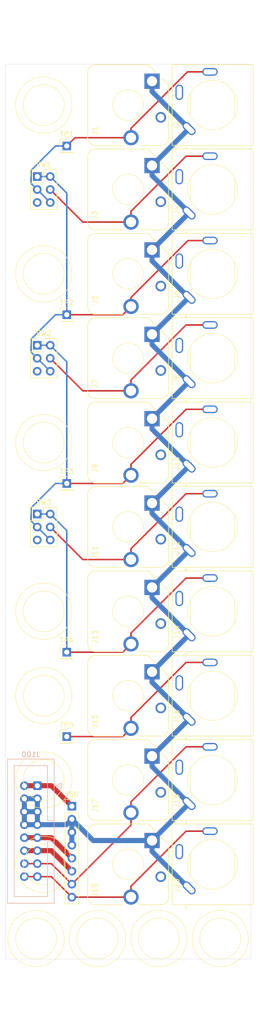
<source format=kicad_pcb>
(kicad_pcb (version 20240108) (generator "pcbnew") (generator_version "8.0")
  (layers (0 "F.Cu" signal) (31 "B.Cu" signal) (34 "B.Paste" user) (35 "F.Paste" user) (36 "B.SilkS" user "B.Silkscreen") (37 "F.SilkS" user "F.Silkscreen") (38 "B.Mask" user) (39 "F.Mask" user) (44 "Edge.Cuts" user))
  (net 0 "")
  (net 1 "Net-(J5-PadT)")
  (net 2 "Net-(J1-PadT)")
  (net 3 "Net-(J3-PadT)")
  (net 5 "Net-(J10-PadT)")
  (net 7 "Net-(J7-PadT)")
  (net 8 "Net-(J13-PadT)")
  (net 10 "Net-(J11-PadT)")
  (net 11 "GND")
  (net 12 "-12V")
  (net 13 "+12V")
  (net 14 "+5V")
  (net 15 "Net-(J100-Pin_7a)")
  (net 16 "Net-(J100-Pin_8a)")
  (net 35 "Net-(J15-PadT)")
  (footprint "SynthStuff:AMPHENOL_ACJM-MV35-2S" (layer "F.Cu") (at 72.5 86 90)
    (property "Reference" "J5" (at -5 -6.5 90) (layer "F.SilkS"))
    (property "Value" "TS_Jack_3.5mm_Sw")
    (pad "S" thru_hole rect (at 4.67 4.67 90) (size 3 3) (drill 2) (layers "*.Cu" "*.Mask") (net 11 "GND"))
    (pad "T" thru_hole circle (at -6.38 0.56 90) (size 3 3) (drill 2) (layers "*.Cu" "*.Mask") (net 1 "Net-(J5-PadT)"))
    (pad "TN" thru_hole circle (at -2.4 6.38 90) (size 2.1 2.1) (drill 1.4) (layers "*.Cu" "*.Mask"))
  )
  (footprint "SynthStuff:AMPHENOL_ACJM-MV35-2S" (layer "F.Cu") (at 72.5 53 90)
    (property "Reference" "J1" (at -5 -6.5 90) (layer "F.SilkS"))
    (property "Value" "TS_Jack_3.5mm_Sw")
    (pad "S" thru_hole rect (at 4.67 4.67 90) (size 3 3) (drill 2) (layers "*.Cu" "*.Mask") (net 11 "GND"))
    (pad "T" thru_hole circle (at -6.38 0.56 90) (size 3 3) (drill 2) (layers "*.Cu" "*.Mask") (net 2 "Net-(J1-PadT)"))
    (pad "TN" thru_hole circle (at -2.4 6.38 90) (size 2.1 2.1) (drill 1.4) (layers "*.Cu" "*.Mask"))
  )
  (footprint "SynthStuff:AMPHENOL_ACJM-MV35-2S" (layer "F.Cu") (at 72.5 168.5 90)
    (property "Reference" "J15" (at -5 -6.5 90) (layer "F.SilkS"))
    (property "Value" "TS_Jack_3.5mm_Sw")
    (pad "S" thru_hole rect (at 4.67 4.67 90) (size 3 3) (drill 2) (layers "*.Cu" "*.Mask") (net 11 "GND"))
    (pad "T" thru_hole circle (at -6.38 0.56 90) (size 3 3) (drill 2) (layers "*.Cu" "*.Mask") (net 35 "Net-(J15-PadT)"))
    (pad "TN" thru_hole circle (at -2.4 6.38 90) (size 2.1 2.1) (drill 1.4) (layers "*.Cu" "*.Mask"))
  )
  (footprint "SynthStuff:AMPHENOL_ACJM-MV35-2S" (layer "F.Cu") (at 72.5 119 90)
    (property "Reference" "J9" (at -5 -6.5 90) (layer "F.SilkS"))
    (property "Value" "TS_Jack_3.5mm_Sw")
    (pad "S" thru_hole rect (at 4.67 4.67 90) (size 3 3) (drill 2) (layers "*.Cu" "*.Mask") (net 11 "GND"))
    (pad "T" thru_hole circle (at -6.38 0.56 90) (size 3 3) (drill 2) (layers "*.Cu" "*.Mask") (net 5 "Net-(J10-PadT)"))
    (pad "TN" thru_hole circle (at -2.4 6.38 90) (size 2.1 2.1) (drill 1.4) (layers "*.Cu" "*.Mask"))
  )
  (footprint "Connector_PinHeader_2.54mm:PinHeader_1x01_P2.54mm_Vertical" (layer "F.Cu") (at 60.5 94)
    (property "Reference" "TP2" (at 0 -2.33 0) (layer "F.SilkS"))
    (property "Value" "Banana_Jack")
    (pad "1" thru_hole rect (at 0 0) (size 1.7 1.7) (drill 1) (layers "*.Cu" "*.Mask") (net 1 "Net-(J5-PadT)"))
  )
  (footprint "Connector_PinHeader_2.54mm:PinHeader_1x08_P2.54mm_Vertical" (layer "F.Cu") (at 61.5 190.125)
    (property "Reference" "J50" (at 0 -2.33 360) (layer "F.SilkS"))
    (property "Value" "Conn_01x08_BackboneTap")
    (pad "1" thru_hole rect (at 0 0) (size 1.7 1.7) (drill 1) (layers "*.Cu" "*.Mask") (net 12 "-12V"))
    (pad "2" thru_hole oval (at 0 2.54) (size 1.7 1.7) (drill 1) (layers "*.Cu" "*.Mask") (net 11 "GND"))
    (pad "3" thru_hole oval (at 0 5.08) (size 1.7 1.7) (drill 1) (layers "*.Cu" "*.Mask") (net 11 "GND"))
    (pad "4" thru_hole oval (at 0 7.62) (size 1.7 1.7) (drill 1) (layers "*.Cu" "*.Mask") (net 11 "GND"))
    (pad "5" thru_hole oval (at 0 10.16) (size 1.7 1.7) (drill 1) (layers "*.Cu" "*.Mask") (net 13 "+12V"))
    (pad "6" thru_hole oval (at 0 12.7) (size 1.7 1.7) (drill 1) (layers "*.Cu" "*.Mask") (net 14 "+5V"))
    (pad "7" thru_hole oval (at 0 15.24) (size 1.7 1.7) (drill 1) (layers "*.Cu" "*.Mask") (net 15 "Net-(J100-Pin_7a)"))
    (pad "8" thru_hole oval (at 0 17.78) (size 1.7 1.7) (drill 1) (layers "*.Cu" "*.Mask") (net 16 "Net-(J100-Pin_8a)"))
  )
  (footprint "SynthStuff:CUI_MJ-63052A" (layer "F.Cu") (at 89 86 90)
    (property "Reference" "J6" (at -4.075 -7 90) (layer "F.SilkS"))
    (property "Value" "TS_Jack_6.35mm_Sw")
    (pad "S" thru_hole oval (at -4.59619 -4.59619 45) (size 1.508 3.016) (drill oval 1 2.5) (layers "*.Cu" "*.Mask") (net 11 "GND"))
    (pad "T" thru_hole oval (at 6.5 -0.5 90) (size 1.508 3.016) (drill oval 1 2.5) (layers "*.Cu" "*.Mask") (net 1 "Net-(J5-PadT)"))
    (pad "TN" thru_hole oval (at 2.5 -6.5 90) (size 3.016 1.508) (drill oval 2.5 1) (layers "*.Cu" "*.Mask"))
  )
  (footprint "SynthStuff:PinHeader_2x03_P2.54mm_Vertical_142536" (layer "F.Cu") (at 54.725 66.975)
    (property "Reference" "SW1" (at 1.27 -2.33 0) (layer "F.SilkS"))
    (property "Value" "SW_DPDT")
    (pad "1" thru_hole rect (at 0 0) (size 1.7 1.7) (drill 1) (layers "*.Cu" "*.Mask") (net 1 "Net-(J5-PadT)"))
    (pad "2" thru_hole oval (at 0 2.54) (size 1.7 1.7) (drill 1) (layers "*.Cu" "*.Mask") (net 2 "Net-(J1-PadT)"))
    (pad "3" thru_hole oval (at 0 5.08) (size 1.7 1.7) (drill 1) (layers "*.Cu" "*.Mask"))
    (pad "4" thru_hole oval (at 2.54 0) (size 1.7 1.7) (drill 1) (layers "*.Cu" "*.Mask") (net 1 "Net-(J5-PadT)"))
    (pad "5" thru_hole oval (at 2.54 2.54) (size 1.7 1.7) (drill 1) (layers "*.Cu" "*.Mask") (net 3 "Net-(J3-PadT)"))
    (pad "6" thru_hole oval (at 2.54 5.08) (size 1.7 1.7) (drill 1) (layers "*.Cu" "*.Mask") (net 2 "Net-(J1-PadT)"))
  )
  (footprint "SynthStuff:AMPHENOL_ACJM-MV35-2S" (layer "F.Cu") (at 72.5 201.5 90)
    (property "Reference" "J19" (at -5 -6.5 90) (layer "F.SilkS"))
    (property "Value" "TS_Jack_3.5mm_Sw")
    (pad "S" thru_hole rect (at 4.67 4.67 90) (size 3 3) (drill 2) (layers "*.Cu" "*.Mask") (net 11 "GND"))
    (pad "T" thru_hole circle (at -6.38 0.56 90) (size 3 3) (drill 2) (layers "*.Cu" "*.Mask") (net 16 "Net-(J100-Pin_8a)"))
    (pad "TN" thru_hole circle (at -2.4 6.38 90) (size 2.1 2.1) (drill 1.4) (layers "*.Cu" "*.Mask"))
  )
  (footprint "SynthStuff:CUI_MJ-63052A" (layer "F.Cu") (at 89 201.5 90)
    (property "Reference" "J20" (at -4.075 -7 90) (layer "F.SilkS"))
    (property "Value" "TS_Jack_6.35mm_Sw")
    (pad "S" thru_hole oval (at -4.59619 -4.59619 45) (size 1.508 3.016) (drill oval 1 2.5) (layers "*.Cu" "*.Mask") (net 11 "GND"))
    (pad "T" thru_hole oval (at 6.5 -0.5 90) (size 1.508 3.016) (drill oval 1 2.5) (layers "*.Cu" "*.Mask") (net 16 "Net-(J100-Pin_8a)"))
    (pad "TN" thru_hole oval (at 2.5 -6.5 90) (size 3.016 1.508) (drill oval 2.5 1) (layers "*.Cu" "*.Mask"))
  )
  (footprint "Connector_PinHeader_2.54mm:PinHeader_1x01_P2.54mm_Vertical" (layer "F.Cu") (at 60.5 61)
    (property "Reference" "TP1" (at 0 -2.33 0) (layer "F.SilkS"))
    (property "Value" "Banana_Jack")
    (pad "1" thru_hole rect (at 0 0) (size 1.7 1.7) (drill 1) (layers "*.Cu" "*.Mask") (net 2 "Net-(J1-PadT)"))
  )
  (footprint "SynthStuff:CUI_MJ-63052A" (layer "F.Cu") (at 89 53 90)
    (property "Reference" "J2" (at -4.075 -7 90) (layer "F.SilkS"))
    (property "Value" "TS_Jack_6.35mm_Sw")
    (pad "S" thru_hole oval (at -4.59619 -4.59619 45) (size 1.508 3.016) (drill oval 1 2.5) (layers "*.Cu" "*.Mask") (net 11 "GND"))
    (pad "T" thru_hole oval (at 6.5 -0.5 90) (size 1.508 3.016) (drill oval 1 2.5) (layers "*.Cu" "*.Mask") (net 2 "Net-(J1-PadT)"))
    (pad "TN" thru_hole oval (at 2.5 -6.5 90) (size 3.016 1.508) (drill oval 2.5 1) (layers "*.Cu" "*.Mask"))
  )
  (footprint "SynthStuff:CUI_MJ-63052A" (layer "F.Cu") (at 89 102.5 90)
    (property "Reference" "J8" (at -4.075 -7 90) (layer "F.SilkS"))
    (property "Value" "TS_Jack_6.35mm_Sw")
    (pad "S" thru_hole oval (at -4.59619 -4.59619 45) (size 1.508 3.016) (drill oval 1 2.5) (layers "*.Cu" "*.Mask") (net 11 "GND"))
    (pad "T" thru_hole oval (at 6.5 -0.5 90) (size 1.508 3.016) (drill oval 1 2.5) (layers "*.Cu" "*.Mask") (net 7 "Net-(J7-PadT)"))
    (pad "TN" thru_hole oval (at 2.5 -6.5 90) (size 3.016 1.508) (drill oval 2.5 1) (layers "*.Cu" "*.Mask"))
  )
  (footprint "SynthStuff:CUI_MJ-63052A" (layer "F.Cu") (at 89 135.5 90)
    (property "Reference" "J12" (at -4.075 -7 90) (layer "F.SilkS"))
    (property "Value" "TS_Jack_6.35mm_Sw")
    (pad "S" thru_hole oval (at -4.59619 -4.59619 45) (size 1.508 3.016) (drill oval 1 2.5) (layers "*.Cu" "*.Mask") (net 11 "GND"))
    (pad "T" thru_hole oval (at 6.5 -0.5 90) (size 1.508 3.016) (drill oval 1 2.5) (layers "*.Cu" "*.Mask") (net 10 "Net-(J11-PadT)"))
    (pad "TN" thru_hole oval (at 2.5 -6.5 90) (size 3.016 1.508) (drill oval 2.5 1) (layers "*.Cu" "*.Mask"))
  )
  (footprint "SynthStuff:CUI_MJ-63052A" (layer "F.Cu") (at 89 152 90)
    (property "Reference" "J14" (at -4.075 -7 90) (layer "F.SilkS"))
    (property "Value" "TS_Jack_6.35mm_Sw")
    (pad "S" thru_hole oval (at -4.59619 -4.59619 45) (size 1.508 3.016) (drill oval 1 2.5) (layers "*.Cu" "*.Mask") (net 11 "GND"))
    (pad "T" thru_hole oval (at 6.5 -0.5 90) (size 1.508 3.016) (drill oval 1 2.5) (layers "*.Cu" "*.Mask") (net 8 "Net-(J13-PadT)"))
    (pad "TN" thru_hole oval (at 2.5 -6.5 90) (size 3.016 1.508) (drill oval 2.5 1) (layers "*.Cu" "*.Mask"))
  )
  (footprint "SynthStuff:CUI_MJ-63052A" (layer "F.Cu") (at 89 119 90)
    (property "Reference" "J10" (at -4.075 -7 90) (layer "F.SilkS"))
    (property "Value" "TS_Jack_6.35mm_Sw")
    (pad "S" thru_hole oval (at -4.59619 -4.59619 45) (size 1.508 3.016) (drill oval 1 2.5) (layers "*.Cu" "*.Mask") (net 11 "GND"))
    (pad "T" thru_hole oval (at 6.5 -0.5 90) (size 1.508 3.016) (drill oval 1 2.5) (layers "*.Cu" "*.Mask") (net 5 "Net-(J10-PadT)"))
    (pad "TN" thru_hole oval (at 2.5 -6.5 90) (size 3.016 1.508) (drill oval 2.5 1) (layers "*.Cu" "*.Mask"))
  )
  (footprint "SynthStuff:AMPHENOL_ACJM-MV35-2S" (layer "F.Cu") (at 72.5 102.5 90)
    (property "Reference" "J7" (at -5 -6.5 90) (layer "F.SilkS"))
    (property "Value" "TS_Jack_3.5mm_Sw")
    (pad "S" thru_hole rect (at 4.67 4.67 90) (size 3 3) (drill 2) (layers "*.Cu" "*.Mask") (net 11 "GND"))
    (pad "T" thru_hole circle (at -6.38 0.56 90) (size 3 3) (drill 2) (layers "*.Cu" "*.Mask") (net 7 "Net-(J7-PadT)"))
    (pad "TN" thru_hole circle (at -2.4 6.38 90) (size 2.1 2.1) (drill 1.4) (layers "*.Cu" "*.Mask"))
  )
  (footprint "Connector_PinHeader_2.54mm:PinHeader_1x01_P2.54mm_Vertical" (layer "F.Cu") (at 60.5 176.5)
    (property "Reference" "TP5" (at 0 -2.33 0) (layer "F.SilkS"))
    (property "Value" "Banana_Jack")
    (pad "1" thru_hole rect (at 0 0) (size 1.7 1.7) (drill 1) (layers "*.Cu" "*.Mask") (net 35 "Net-(J15-PadT)"))
  )
  (footprint "Connector_PinHeader_2.54mm:PinHeader_1x01_P2.54mm_Vertical" (layer "F.Cu") (at 60.5 160)
    (property "Reference" "TP4" (at 0 -2.33 0) (layer "F.SilkS"))
    (property "Value" "Banana_Jack")
    (pad "1" thru_hole rect (at 0 0) (size 1.7 1.7) (drill 1) (layers "*.Cu" "*.Mask") (net 8 "Net-(J13-PadT)"))
  )
  (footprint "SynthStuff:CUI_MJ-63052A" (layer "F.Cu") (at 89 168.5 90)
    (property "Reference" "J16" (at -4.075 -7 90) (layer "F.SilkS"))
    (property "Value" "TS_Jack_6.35mm_Sw")
    (pad "S" thru_hole oval (at -4.59619 -4.59619 45) (size 1.508 3.016) (drill oval 1 2.5) (layers "*.Cu" "*.Mask") (net 11 "GND"))
    (pad "T" thru_hole oval (at 6.5 -0.5 90) (size 1.508 3.016) (drill oval 1 2.5) (layers "*.Cu" "*.Mask") (net 35 "Net-(J15-PadT)"))
    (pad "TN" thru_hole oval (at 2.5 -6.5 90) (size 3.016 1.508) (drill oval 2.5 1) (layers "*.Cu" "*.Mask"))
  )
  (footprint "SynthStuff:PinHeader_2x03_P2.54mm_Vertical_142536" (layer "F.Cu") (at 54.725 132.975)
    (property "Reference" "SW3" (at 1.27 -2.33 0) (layer "F.SilkS"))
    (property "Value" "SW_DPDT")
    (pad "1" thru_hole rect (at 0 0) (size 1.7 1.7) (drill 1) (layers "*.Cu" "*.Mask") (net 8 "Net-(J13-PadT)"))
    (pad "2" thru_hole oval (at 0 2.54) (size 1.7 1.7) (drill 1) (layers "*.Cu" "*.Mask") (net 5 "Net-(J10-PadT)"))
    (pad "3" thru_hole oval (at 0 5.08) (size 1.7 1.7) (drill 1) (layers "*.Cu" "*.Mask"))
    (pad "4" thru_hole oval (at 2.54 0) (size 1.7 1.7) (drill 1) (layers "*.Cu" "*.Mask") (net 8 "Net-(J13-PadT)"))
    (pad "5" thru_hole oval (at 2.54 2.54) (size 1.7 1.7) (drill 1) (layers "*.Cu" "*.Mask") (net 10 "Net-(J11-PadT)"))
    (pad "6" thru_hole oval (at 2.54 5.08) (size 1.7 1.7) (drill 1) (layers "*.Cu" "*.Mask") (net 5 "Net-(J10-PadT)"))
  )
  (footprint "SynthStuff:AMPHENOL_ACJM-MV35-2S" (layer "F.Cu") (at 72.5 185 90)
    (property "Reference" "J17" (at -5 -6.5 90) (layer "F.SilkS"))
    (property "Value" "TS_Jack_3.5mm_Sw")
    (pad "S" thru_hole rect (at 4.67 4.67 90) (size 3 3) (drill 2) (layers "*.Cu" "*.Mask") (net 11 "GND"))
    (pad "T" thru_hole circle (at -6.38 0.56 90) (size 3 3) (drill 2) (layers "*.Cu" "*.Mask") (net 15 "Net-(J100-Pin_7a)"))
    (pad "TN" thru_hole circle (at -2.4 6.38 90) (size 2.1 2.1) (drill 1.4) (layers "*.Cu" "*.Mask"))
  )
  (footprint "SynthStuff:CUI_MJ-63052A" (layer "F.Cu") (at 89 185 90)
    (property "Reference" "J18" (at -4.075 -7 90) (layer "F.SilkS"))
    (property "Value" "TS_Jack_6.35mm_Sw")
    (pad "S" thru_hole oval (at -4.59619 -4.59619 45) (size 1.508 3.016) (drill oval 1 2.5) (layers "*.Cu" "*.Mask") (net 11 "GND"))
    (pad "T" thru_hole oval (at 6.5 -0.5 90) (size 1.508 3.016) (drill oval 1 2.5) (layers "*.Cu" "*.Mask") (net 15 "Net-(J100-Pin_7a)"))
    (pad "TN" thru_hole oval (at 2.5 -6.5 90) (size 3.016 1.508) (drill oval 2.5 1) (layers "*.Cu" "*.Mask"))
  )
  (footprint "Connector_PinHeader_2.54mm:PinHeader_1x01_P2.54mm_Vertical" (layer "F.Cu") (at 60.5 127)
    (property "Reference" "TP3" (at 0 -2.33 0) (layer "F.SilkS"))
    (property "Value" "Banana_Jack")
    (pad "1" thru_hole rect (at 0 0) (size 1.7 1.7) (drill 1) (layers "*.Cu" "*.Mask") (net 5 "Net-(J10-PadT)"))
  )
  (footprint "SynthStuff:PinHeader_2x03_P2.54mm_Vertical_142536" (layer "F.Cu") (at 54.725 99.975)
    (property "Reference" "SW2" (at 1.27 -2.33 0) (layer "F.SilkS"))
    (property "Value" "SW_DPDT")
    (pad "1" thru_hole rect (at 0 0) (size 1.7 1.7) (drill 1) (layers "*.Cu" "*.Mask") (net 5 "Net-(J10-PadT)"))
    (pad "2" thru_hole oval (at 0 2.54) (size 1.7 1.7) (drill 1) (layers "*.Cu" "*.Mask") (net 1 "Net-(J5-PadT)"))
    (pad "3" thru_hole oval (at 0 5.08) (size 1.7 1.7) (drill 1) (layers "*.Cu" "*.Mask"))
    (pad "4" thru_hole oval (at 2.54 0) (size 1.7 1.7) (drill 1) (layers "*.Cu" "*.Mask") (net 5 "Net-(J10-PadT)"))
    (pad "5" thru_hole oval (at 2.54 2.54) (size 1.7 1.7) (drill 1) (layers "*.Cu" "*.Mask") (net 7 "Net-(J7-PadT)"))
    (pad "6" thru_hole oval (at 2.54 5.08) (size 1.7 1.7) (drill 1) (layers "*.Cu" "*.Mask") (net 1 "Net-(J5-PadT)"))
  )
  (footprint "SynthStuff:CUI_MJ-63052A" (layer "F.Cu") (at 89 69.5 90)
    (property "Reference" "J4" (at -4.075 -7 90) (layer "F.SilkS"))
    (property "Value" "TS_Jack_6.35mm_Sw")
    (pad "S" thru_hole oval (at -4.59619 -4.59619 45) (size 1.508 3.016) (drill oval 1 2.5) (layers "*.Cu" "*.Mask") (net 11 "GND"))
    (pad "T" thru_hole oval (at 6.5 -0.5 90) (size 1.508 3.016) (drill oval 1 2.5) (layers "*.Cu" "*.Mask") (net 3 "Net-(J3-PadT)"))
    (pad "TN" thru_hole oval (at 2.5 -6.5 90) (size 3.016 1.508) (drill oval 2.5 1) (layers "*.Cu" "*.Mask"))
  )
  (footprint "SynthStuff:AMPHENOL_ACJM-MV35-2S" (layer "F.Cu") (at 72.5 152 90)
    (property "Reference" "J13" (at -5 -6.5 90) (layer "F.SilkS"))
    (property "Value" "TS_Jack_3.5mm_Sw")
    (pad "S" thru_hole rect (at 4.67 4.67 90) (size 3 3) (drill 2) (layers "*.Cu" "*.Mask") (net 11 "GND"))
    (pad "T" thru_hole circle (at -6.38 0.56 90) (size 3 3) (drill 2) (layers "*.Cu" "*.Mask") (net 8 "Net-(J13-PadT)"))
    (pad "TN" thru_hole circle (at -2.4 6.38 90) (size 2.1 2.1) (drill 1.4) (layers "*.Cu" "*.Mask"))
  )
  (footprint "SynthStuff:AMPHENOL_ACJM-MV35-2S" (layer "F.Cu") (at 72.5 135.5 90)
    (property "Reference" "J11" (at -5 -6.5 90) (layer "F.SilkS"))
    (property "Value" "TS_Jack_3.5mm_Sw")
    (pad "S" thru_hole rect (at 4.67 4.67 90) (size 3 3) (drill 2) (layers "*.Cu" "*.Mask") (net 11 "GND"))
    (pad "T" thru_hole circle (at -6.38 0.56 90) (size 3 3) (drill 2) (layers "*.Cu" "*.Mask") (net 10 "Net-(J11-PadT)"))
    (pad "TN" thru_hole circle (at -2.4 6.38 90) (size 2.1 2.1) (drill 1.4) (layers "*.Cu" "*.Mask"))
  )
  (footprint "SynthStuff:AMPHENOL_ACJM-MV35-2S" (layer "F.Cu") (at 72.5 69.5 90)
    (property "Reference" "J3" (at -5 -6.5 90) (layer "F.SilkS"))
    (property "Value" "TS_Jack_3.5mm_Sw")
    (pad "S" thru_hole rect (at 4.67 4.67 90) (size 3 3) (drill 2) (layers "*.Cu" "*.Mask") (net 11 "GND"))
    (pad "T" thru_hole circle (at -6.38 0.56 90) (size 3 3) (drill 2) (layers "*.Cu" "*.Mask") (net 3 "Net-(J3-PadT)"))
    (pad "TN" thru_hole circle (at -2.4 6.38 90) (size 2.1 2.1) (drill 1.4) (layers "*.Cu" "*.Mask"))
  )
  (footprint "SynthStuff:IDC-Header_2x08_P2.54mm_Vertical_Eurorack" (layer "B.Cu") (at 54.7525 186.11 180)
    (property "Reference" "J100" (at 1.27 6.1 180) (layer "B.SilkS") (effects (justify mirror)))
    (property "Value" "IDC_02x08")
    (pad "1a" thru_hole roundrect (at 0 0 180) (size 1.7 1.7) (drill 1) (layers "*.Cu" "*.Mask") (roundrect_rratio 0.147059) (net 12 "-12V"))
    (pad "1b" thru_hole circle (at 2.54 0 180) (size 1.7 1.7) (drill 1) (layers "*.Cu" "*.Mask") (net 12 "-12V"))
    (pad "2a" thru_hole circle (at 0 -2.54 180) (size 1.7 1.7) (drill 1) (layers "*.Cu" "*.Mask") (net 11 "GND"))
    (pad "2b" thru_hole circle (at 2.54 -2.54 180) (size 1.7 1.7) (drill 1) (layers "*.Cu" "*.Mask") (net 11 "GND"))
    (pad "3a" thru_hole circle (at 0 -5.08 180) (size 1.7 1.7) (drill 1) (layers "*.Cu" "*.Mask") (net 11 "GND"))
    (pad "3b" thru_hole circle (at 2.54 -5.08 180) (size 1.7 1.7) (drill 1) (layers "*.Cu" "*.Mask") (net 11 "GND"))
    (pad "4a" thru_hole circle (at 0 -7.62 180) (size 1.7 1.7) (drill 1) (layers "*.Cu" "*.Mask") (net 11 "GND"))
    (pad "4b" thru_hole circle (at 2.54 -7.62 180) (size 1.7 1.7) (drill 1) (layers "*.Cu" "*.Mask") (net 11 "GND"))
    (pad "5a" thru_hole circle (at 0 -10.16 180) (size 1.7 1.7) (drill 1) (layers "*.Cu" "*.Mask") (net 13 "+12V"))
    (pad "5b" thru_hole circle (at 2.54 -10.16 180) (size 1.7 1.7) (drill 1) (layers "*.Cu" "*.Mask") (net 13 "+12V"))
    (pad "6a" thru_hole circle (at 0 -12.7 180) (size 1.7 1.7) (drill 1) (layers "*.Cu" "*.Mask") (net 14 "+5V"))
    (pad "6b" thru_hole circle (at 2.54 -12.7 180) (size 1.7 1.7) (drill 1) (layers "*.Cu" "*.Mask") (net 14 "+5V"))
    (pad "7a" thru_hole circle (at 0 -15.24 180) (size 1.7 1.7) (drill 1) (layers "*.Cu" "*.Mask") (net 15 "Net-(J100-Pin_7a)"))
    (pad "7b" thru_hole circle (at 2.54 -15.24 180) (size 1.7 1.7) (drill 1) (layers "*.Cu" "*.Mask") (net 15 "Net-(J100-Pin_7a)"))
    (pad "8a" thru_hole circle (at 0 -17.78 180) (size 1.7 1.7) (drill 1) (layers "*.Cu" "*.Mask") (net 16 "Net-(J100-Pin_8a)"))
    (pad "8b" thru_hole circle (at 2.54 -17.78 180) (size 1.7 1.7) (drill 1) (layers "*.Cu" "*.Mask") (net 16 "Net-(J100-Pin_8a)"))
  )
  (gr_circle (center 66.5 216) (end 66.5 221.5) (stroke (width 0.1)) (fill none) (layer "F.SilkS"))
  (gr_circle (center 90.5 216) (end 90.5 220) (stroke (width 0.1)) (fill none) (layer "F.SilkS"))
  (gr_circle (center 56 53) (end 56 57) (stroke (width 0.1)) (fill none) (layer "F.SilkS"))
  (gr_circle (center 56 152) (end 56 157.5) (stroke (width 0.1)) (fill none) (layer "F.SilkS"))
  (gr_circle (center 78.5 216) (end 78.5 221.5) (stroke (width 0.1)) (fill none) (layer "F.SilkS"))
  (gr_circle (center 56 201.5) (end 56 205.5) (stroke (width 0.1)) (fill none) (layer "F.SilkS"))
  (gr_circle (center 56 152) (end 56 156) (stroke (width 0.1)) (fill none) (layer "F.SilkS"))
  (gr_circle (center 56 168.5) (end 56 172.5) (stroke (width 0.1)) (fill none) (layer "F.SilkS"))
  (gr_circle (center 78.5 216) (end 78.5 220) (stroke (width 0.1)) (fill none) (layer "F.SilkS"))
  (gr_circle (center 54.5 216) (end 54.5 221.5) (stroke (width 0.1)) (fill none) (layer "F.SilkS"))
  (gr_circle (center 56 86) (end 56 90) (stroke (width 0.1)) (fill none) (layer "F.SilkS"))
  (gr_circle (center 56 53) (end 56 58.5) (stroke (width 0.1)) (fill none) (layer "F.SilkS"))
  (gr_circle (center 56 201.5) (end 56 207) (stroke (width 0.1)) (fill none) (layer "F.SilkS"))
  (gr_circle (center 56 168.5) (end 56 174) (stroke (width 0.1)) (fill none) (layer "F.SilkS"))
  (gr_circle (center 56 185) (end 56 189) (stroke (width 0.1)) (fill none) (layer "F.SilkS"))
  (gr_circle (center 66.5 216) (end 66.5 220) (stroke (width 0.1)) (fill none) (layer "F.SilkS"))
  (gr_circle (center 56 86) (end 56 91.5) (stroke (width 0.1)) (fill none) (layer "F.SilkS"))
  (gr_circle (center 54.5 216) (end 54.5 220) (stroke (width 0.1)) (fill none) (layer "F.SilkS"))
  (gr_circle (center 90.5 216) (end 90.5 221.5) (stroke (width 0.1)) (fill none) (layer "F.SilkS"))
  (gr_circle (center 56 119) (end 56 124.5) (stroke (width 0.1)) (fill none) (layer "F.SilkS"))
  (gr_circle (center 56 185) (end 56 190.5) (stroke (width 0.1)) (fill none) (layer "F.SilkS"))
  (gr_circle (center 56 119) (end 56 123) (stroke (width 0.1)) (fill none) (layer "F.SilkS"))
  (gr_rect (start 48.5 45) (end 96.5 220) (stroke (width 0.05)) (fill none) (layer "Edge.Cuts"))
  (segment (start 60.5 94) (end 71.44 94) (width 0.3) (layer "F.Cu") (net 1))
  (segment (start 71.44 94) (end 73.06 92.38) (width 0.3) (layer "F.Cu") (net 1))
  (segment (start 84.184708 79.5) (end 73.06 90.624708) (width 0.3) (layer "F.Cu") (net 1))
  (segment (start 88.5 79.5) (end 84.184708 79.5) (width 0.3) (layer "F.Cu") (net 1))
  (segment (start 73.06 90.624708) (end 73.06 92.38) (width 0.3) (layer "F.Cu") (net 1))
  (segment (start 53.525 101.315) (end 54.725 102.515) (width 0.3) (layer "B.Cu") (net 1))
  (segment (start 54.725 66.975) (end 57.265 66.975) (width 0.3) (layer "B.Cu") (net 1))
  (segment (start 57.265 66.975) (end 60.5 70.21) (width 0.3) (layer "B.Cu") (net 1))
  (segment (start 58.3 94) (end 53.525 98.775) (width 0.3) (layer "B.Cu") (net 1))
  (segment (start 60.5 70.21) (end 60.5 94) (width 0.3) (layer "B.Cu") (net 1))
  (segment (start 53.525 98.775) (end 53.525 101.315) (width 0.3) (layer "B.Cu") (net 1))
  (segment (start 60.5 94) (end 58.3 94) (width 0.3) (layer "B.Cu") (net 1))
  (segment (start 54.725 102.515) (end 57.265 105.055) (width 0.3) (layer "B.Cu") (net 1))
  (segment (start 84.1 46.5) (end 73.06 57.54) (width 0.3) (layer "F.Cu") (net 2))
  (segment (start 88.5 46.5) (end 84.1 46.5) (width 0.3) (layer "F.Cu") (net 2))
  (segment (start 73.06 57.54) (end 73.06 59.38) (width 0.3) (layer "F.Cu") (net 2))
  (segment (start 62.12 59.38) (end 60.5 61) (width 0.3) (layer "F.Cu") (net 2))
  (segment (start 73.06 59.38) (end 62.12 59.38) (width 0.3) (layer "F.Cu") (net 2))
  (segment (start 53.525 65.775) (end 53.525 68.315) (width 0.3) (layer "B.Cu") (net 2))
  (segment (start 54.725 69.515) (end 57.265 72.055) (width 0.3) (layer "B.Cu") (net 2))
  (segment (start 60.5 61) (end 58.3 61) (width 0.3) (layer "B.Cu") (net 2))
  (segment (start 58.3 61) (end 53.525 65.775) (width 0.3) (layer "B.Cu") (net 2))
  (segment (start 53.525 68.315) (end 54.725 69.515) (width 0.3) (layer "B.Cu") (net 2))
  (segment (start 83.81868 63) (end 88.5 63) (width 0.3) (layer "F.Cu") (net 3))
  (segment (start 73.06 75.88) (end 63.63 75.88) (width 0.3) (layer "F.Cu") (net 3))
  (segment (start 73.06 73.75868) (end 83.81868 63) (width 0.3) (layer "F.Cu") (net 3))
  (segment (start 73.06 75.88) (end 73.06 73.75868) (width 0.3) (layer "F.Cu") (net 3))
  (segment (start 63.63 75.88) (end 57.265 69.515) (width 0.3) (layer "F.Cu") (net 3))
  (segment (start 83.81868 112.5) (end 88.5 112.5) (width 0.3) (layer "F.Cu") (net 5))
  (segment (start 73.06 123.25868) (end 83.81868 112.5) (width 0.3) (layer "F.Cu") (net 5))
  (segment (start 60.5 127) (end 71.44 127) (width 0.3) (layer "F.Cu") (net 5))
  (segment (start 73.06 125.38) (end 73.06 123.25868) (width 0.3) (layer "F.Cu") (net 5))
  (segment (start 71.44 127) (end 73.06 125.38) (width 0.3) (layer "F.Cu") (net 5))
  (segment (start 58.3 127) (end 53.525 131.775) (width 0.3) (layer "B.Cu") (net 5))
  (segment (start 53.525 134.315) (end 54.725 135.515) (width 0.3) (layer "B.Cu") (net 5))
  (segment (start 60.5 127) (end 58.3 127) (width 0.3) (layer "B.Cu") (net 5))
  (segment (start 60.5 103.21) (end 60.5 127) (width 0.3) (layer "B.Cu") (net 5))
  (segment (start 54.725 99.975) (end 57.265 99.975) (width 0.3) (layer "B.Cu") (net 5))
  (segment (start 57.265 99.975) (end 60.5 103.21) (width 0.3) (layer "B.Cu") (net 5))
  (segment (start 53.525 131.775) (end 53.525 134.315) (width 0.3) (layer "B.Cu") (net 5))
  (segment (start 54.725 135.515) (end 57.265 138.055) (width 0.3) (layer "B.Cu") (net 5))
  (segment (start 73.06 108.88) (end 73.06 106.75868) (width 0.3) (layer "F.Cu") (net 7))
  (segment (start 73.06 106.75868) (end 83.81868 96) (width 0.3) (layer "F.Cu") (net 7))
  (segment (start 63.63 108.88) (end 57.265 102.515) (width 0.3) (layer "F.Cu") (net 7))
  (segment (start 83.81868 96) (end 88.5 96) (width 0.3) (layer "F.Cu") (net 7))
  (segment (start 73.06 108.88) (end 63.63 108.88) (width 0.3) (layer "F.Cu") (net 7))
  (segment (start 83.81868 145.5) (end 88.5 145.5) (width 0.3) (layer "F.Cu") (net 8))
  (segment (start 73.06 158.38) (end 73.06 156.25868) (width 0.3) (layer "F.Cu") (net 8))
  (segment (start 73.06 156.25868) (end 83.81868 145.5) (width 0.3) (layer "F.Cu") (net 8))
  (segment (start 71.44 160) (end 73.06 158.38) (width 0.3) (layer "F.Cu") (net 8))
  (segment (start 60.5 160) (end 71.44 160) (width 0.3) (layer "F.Cu") (net 8))
  (segment (start 60.5 136.21) (end 60.5 160) (width 0.3) (layer "B.Cu") (net 8))
  (segment (start 57.265 132.975) (end 60.5 136.21) (width 0.3) (layer "B.Cu") (net 8))
  (segment (start 57.265 132.975) (end 54.725 132.975) (width 0.3) (layer "B.Cu") (net 8))
  (segment (start 83.81868 129) (end 88.5 129) (width 0.3) (layer "F.Cu") (net 10))
  (segment (start 73.06 141.88) (end 63.63 141.88) (width 0.3) (layer "F.Cu") (net 10))
  (segment (start 73.06 139.75868) (end 83.81868 129) (width 0.3) (layer "F.Cu") (net 10))
  (segment (start 73.06 141.88) (end 73.06 139.75868) (width 0.3) (layer "F.Cu") (net 10))
  (segment (start 63.63 141.88) (end 57.265 135.515) (width 0.3) (layer "F.Cu") (net 10))
  (segment (start 77.17 180.33) (end 84.40381 173.09619) (width 1) (layer "B.Cu") (net 11))
  (segment (start 77.17 196.83) (end 77.17 198.97) (width 1) (layer "B.Cu") (net 11))
  (segment (start 77.17 81.33) (end 77.17 83.47) (width 1) (layer "B.Cu") (net 11))
  (segment (start 77.17 66.77) (end 84.40381 74.00381) (width 1) (layer "B.Cu") (net 11))
  (segment (start 54.7525 193.73) (end 60.435 193.73) (width 1) (layer "B.Cu") (net 11))
  (segment (start 77.17 132.86238) (end 84.40381 140.09619) (width 1) (layer "B.Cu") (net 11))
  (segment (start 52.2125 191.19) (end 54.7525 191.19) (width 1) (layer "B.Cu") (net 11))
  (segment (start 77.17 64.83) (end 84.40381 57.59619) (width 1) (layer "B.Cu") (net 11))
  (segment (start 77.17 97.83) (end 77.17 99.86238) (width 1) (layer "B.Cu") (net 11))
  (segment (start 77.17 163.83) (end 77.17 165.86238) (width 1) (layer "B.Cu") (net 11))
  (segment (start 77.17 198.97) (end 84.29619 206.09619) (width 1) (layer "B.Cu") (net 11))
  (segment (start 77.17 196.83) (end 65.665 196.83) (width 1) (layer "B.Cu") (net 11))
  (segment (start 77.17 165.86238) (end 84.40381 173.09619) (width 1) (layer "B.Cu") (net 11))
  (segment (start 52.2125 188.65) (end 52.2125 191.19) (width 1) (layer "B.Cu") (net 11))
  (segment (start 65.665 196.83) (end 61.5 192.665) (width 1) (layer "B.Cu") (net 11))
  (segment (start 54.7525 191.19) (end 54.7525 188.65) (width 1) (layer "B.Cu") (net 11))
  (segment (start 77.17 196.83) (end 84.40381 189.59619) (width 1) (layer "B.Cu") (net 11))
  (segment (start 60.435 193.73) (end 61.5 192.665) (width 1) (layer "B.Cu") (net 11))
  (segment (start 77.17 97.83) (end 84.40381 90.59619) (width 1) (layer "B.Cu") (net 11))
  (segment (start 77.17 147.33) (end 84.40381 140.09619) (width 1) (layer "B.Cu") (net 11))
  (segment (start 77.17 116.36238) (end 84.40381 123.59619) (width 1) (layer "B.Cu") (net 11))
  (segment (start 77.17 130.83) (end 84.40381 123.59619) (width 1) (layer "B.Cu") (net 11))
  (segment (start 77.17 149.36238) (end 84.40381 156.59619) (width 1) (layer "B.Cu") (net 11))
  (segment (start 52.2125 188.65) (end 54.7525 188.65) (width 1) (layer "B.Cu") (net 11))
  (segment (start 77.17 50.36238) (end 84.40381 57.59619) (width 1) (layer "B.Cu") (net 11))
  (segment (start 84.40381 74.00381) (end 84.40381 74.09619) (width 1) (layer "B.Cu") (net 11))
  (segment (start 77.17 48.33) (end 77.17 50.36238) (width 1) (layer "B.Cu") (net 11))
  (segment (start 84.29619 90.59619) (end 84.40381 90.59619) (width 1) (layer "B.Cu") (net 11))
  (segment (start 77.17 114.33) (end 84.40381 107.09619) (width 1) (layer "B.Cu") (net 11))
  (segment (start 77.17 81.33) (end 84.40381 74.09619) (width 1) (layer "B.Cu") (net 11))
  (segment (start 54.7525 193.73) (end 54.7525 191.19) (width 1) (layer "B.Cu") (net 11))
  (segment (start 52.2125 191.19) (end 52.2125 193.73) (width 1) (layer "B.Cu") (net 11))
  (segment (start 77.17 180.33) (end 77.17 182.36238) (width 1) (layer "B.Cu") (net 11))
  (segment (start 77.17 182.36238) (end 84.40381 189.59619) (width 1) (layer "B.Cu") (net 11))
  (segment (start 77.17 99.86238) (end 84.40381 107.09619) (width 1) (layer "B.Cu") (net 11))
  (segment (start 77.17 64.83) (end 77.17 66.77) (width 1) (layer "B.Cu") (net 11))
  (segment (start 77.17 83.47) (end 84.29619 90.59619) (width 1) (layer "B.Cu") (net 11))
  (segment (start 52.2125 193.73) (end 54.7525 193.73) (width 1) (layer "B.Cu") (net 11))
  (segment (start 61.5 195.205) (end 61.5 192.665) (width 1) (layer "B.Cu") (net 11))
  (segment (start 77.17 130.83) (end 77.17 132.86238) (width 1) (layer "B.Cu") (net 11))
  (segment (start 77.17 114.33) (end 77.17 116.36238) (width 1) (layer "B.Cu") (net 11))
  (segment (start 77.17 147.33) (end 77.17 149.36238) (width 1) (layer "B.Cu") (net 11))
  (segment (start 77.17 163.83) (end 84.40381 156.59619) (width 1) (layer "B.Cu") (net 11))
  (segment (start 61.5 195.205) (end 61.5 197.745) (width 1) (layer "B.Cu") (net 11))
  (segment (start 84.29619 206.09619) (end 84.40381 206.09619) (width 1) (layer "B.Cu") (net 11))
  (segment (start 57.485 186.11) (end 61.5 190.125) (width 1) (layer "F.Cu") (net 12))
  (segment (start 52.2125 186.11) (end 54.7525 186.11) (width 1) (layer "F.Cu") (net 12))
  (segment (start 54.7525 186.11) (end 57.485 186.11) (width 1) (layer "F.Cu") (net 12))
  (segment (start 57.485 196.27) (end 61.5 200.285) (width 1) (layer "F.Cu") (net 13))
  (segment (start 52.2125 196.27) (end 54.7525 196.27) (width 1) (layer "F.Cu") (net 13))
  (segment (start 54.7525 196.27) (end 57.485 196.27) (width 1) (layer "F.Cu") (net 13))
  (segment (start 52.2125 198.81) (end 54.7525 198.81) (width 1) (layer "F.Cu") (net 14))
  (segment (start 57.485 198.81) (end 61.5 202.825) (width 1) (layer "F.Cu") (net 14))
  (segment (start 54.7525 198.81) (end 57.485 198.81) (width 1) (layer "F.Cu") (net 14))
  (segment (start 57.485 201.35) (end 61.5 205.365) (width 0.3) (layer "F.Cu") (net 15))
  (segment (start 83.81868 178.5) (end 88.5 178.5) (width 0.3) (layer "F.Cu") (net 15))
  (segment (start 61.5 205.365) (end 73.06 193.805) (width 0.3) (layer "F.Cu") (net 15))
  (segment (start 54.7525 201.35) (end 57.485 201.35) (width 0.3) (layer "F.Cu") (net 15))
  (segment (start 73.06 193.805) (end 73.06 191.38) (width 0.3) (layer "F.Cu") (net 15))
  (segment (start 73.06 189.25868) (end 83.81868 178.5) (width 0.3) (layer "F.Cu") (net 15))
  (segment (start 52.2125 201.35) (end 54.7525 201.35) (width 0.3) (layer "F.Cu") (net 15))
  (segment (start 73.06 191.38) (end 73.06 189.25868) (width 0.3) (layer "F.Cu") (net 15))
  (segment (start 57.485 203.89) (end 61.5 207.905) (width 0.3) (layer "F.Cu") (net 16))
  (segment (start 52.2125 203.89) (end 54.7525 203.89) (width 0.3) (layer "F.Cu") (net 16))
  (segment (start 73.06 205.75868) (end 83.81868 195) (width 0.3) (layer "F.Cu") (net 16))
  (segment (start 73.035 207.905) (end 73.06 207.88) (width 0.3) (layer "F.Cu") (net 16))
  (segment (start 61.5 207.905) (end 73.035 207.905) (width 0.3) (layer "F.Cu") (net 16))
  (segment (start 83.81868 195) (end 88.5 195) (width 0.3) (layer "F.Cu") (net 16))
  (segment (start 54.7525 203.89) (end 57.485 203.89) (width 0.3) (layer "F.Cu") (net 16))
  (segment (start 73.06 207.88) (end 73.06 205.75868) (width 0.3) (layer "F.Cu") (net 16))
  (segment (start 73.06 174.88) (end 73.06 172.75868) (width 0.3) (layer "F.Cu") (net 35))
  (segment (start 83.81868 162) (end 88.5 162) (width 0.3) (layer "F.Cu") (net 35))
  (segment (start 71.44 176.5) (end 73.06 174.88) (width 0.3) (layer "F.Cu") (net 35))
  (segment (start 73.06 172.75868) (end 83.81868 162) (width 0.3) (layer "F.Cu") (net 35))
  (segment (start 60.5 176.5) (end 71.44 176.5) (width 0.3) (layer "F.Cu") (net 35))
)
</source>
